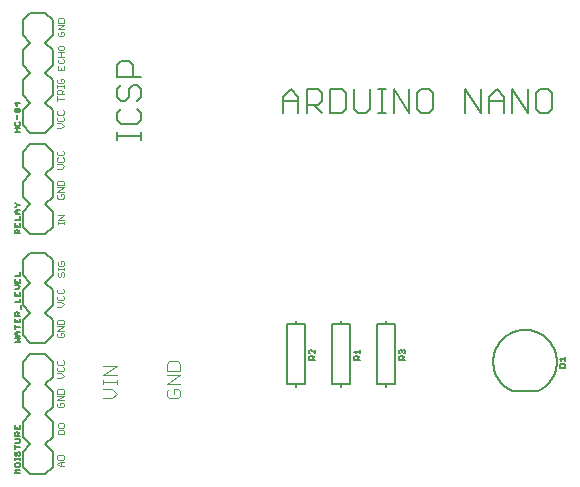
<source format=gbr>
G04 EAGLE Gerber X2 export*
%TF.Part,Single*%
%TF.FileFunction,Legend,Top,1*%
%TF.FilePolarity,Positive*%
%TF.GenerationSoftware,Autodesk,EAGLE,8.7.0*%
%TF.CreationDate,2018-03-25T19:34:28Z*%
G75*
%MOMM*%
%FSLAX34Y34*%
%LPD*%
%AMOC8*
5,1,8,0,0,1.08239X$1,22.5*%
G01*
%ADD10C,0.203200*%
%ADD11C,0.050800*%
%ADD12C,0.127000*%
%ADD13C,0.101600*%


D10*
X258482Y360172D02*
X258482Y373391D01*
X265091Y380001D01*
X271701Y373391D01*
X271701Y360172D01*
X271701Y370086D02*
X258482Y370086D01*
X278595Y360172D02*
X278595Y380001D01*
X288510Y380001D01*
X291814Y376696D01*
X291814Y370086D01*
X288510Y366782D01*
X278595Y366782D01*
X285205Y366782D02*
X291814Y360172D01*
X298709Y360172D02*
X298709Y380001D01*
X298709Y360172D02*
X308623Y360172D01*
X311928Y363477D01*
X311928Y376696D01*
X308623Y380001D01*
X298709Y380001D01*
X318823Y380001D02*
X318823Y363477D01*
X322127Y360172D01*
X328737Y360172D01*
X332042Y363477D01*
X332042Y380001D01*
X338936Y360172D02*
X345546Y360172D01*
X342241Y360172D02*
X342241Y380001D01*
X338936Y380001D02*
X345546Y380001D01*
X352345Y380001D02*
X352345Y360172D01*
X365565Y360172D02*
X352345Y380001D01*
X365565Y380001D02*
X365565Y360172D01*
X375764Y380001D02*
X382373Y380001D01*
X375764Y380001D02*
X372459Y376696D01*
X372459Y363477D01*
X375764Y360172D01*
X382373Y360172D01*
X385678Y363477D01*
X385678Y376696D01*
X382373Y380001D01*
X412686Y380001D02*
X412686Y360172D01*
X425906Y360172D02*
X412686Y380001D01*
X425906Y380001D02*
X425906Y360172D01*
X432800Y360172D02*
X432800Y373391D01*
X439410Y380001D01*
X446019Y373391D01*
X446019Y360172D01*
X446019Y370086D02*
X432800Y370086D01*
X452914Y360172D02*
X452914Y380001D01*
X466133Y360172D01*
X466133Y380001D01*
X476332Y380001D02*
X482942Y380001D01*
X476332Y380001D02*
X473027Y376696D01*
X473027Y363477D01*
X476332Y360172D01*
X482942Y360172D01*
X486246Y363477D01*
X486246Y376696D01*
X482942Y380001D01*
X138303Y343451D02*
X138303Y336841D01*
X138303Y340146D02*
X118474Y340146D01*
X118474Y336841D02*
X118474Y343451D01*
X118474Y360164D02*
X121779Y363469D01*
X118474Y360164D02*
X118474Y353555D01*
X121779Y350250D01*
X134998Y350250D01*
X138303Y353555D01*
X138303Y360164D01*
X134998Y363469D01*
X118474Y380278D02*
X121779Y383583D01*
X118474Y380278D02*
X118474Y373668D01*
X121779Y370364D01*
X125084Y370364D01*
X128389Y373668D01*
X128389Y380278D01*
X131693Y383583D01*
X134998Y383583D01*
X138303Y380278D01*
X138303Y373668D01*
X134998Y370364D01*
X138303Y390477D02*
X118474Y390477D01*
X118474Y400392D01*
X121779Y403697D01*
X128389Y403697D01*
X131693Y400392D01*
X131693Y390477D01*
D11*
X71034Y135509D02*
X67305Y135509D01*
X71034Y135509D02*
X72898Y137373D01*
X71034Y139238D01*
X67305Y139238D01*
X67305Y143918D02*
X68237Y144851D01*
X67305Y143918D02*
X67305Y142054D01*
X68237Y141122D01*
X71966Y141122D01*
X72898Y142054D01*
X72898Y143918D01*
X71966Y144851D01*
X67305Y149532D02*
X68237Y150464D01*
X67305Y149532D02*
X67305Y147667D01*
X68237Y146735D01*
X71966Y146735D01*
X72898Y147667D01*
X72898Y149532D01*
X71966Y150464D01*
X68237Y114600D02*
X67305Y113667D01*
X67305Y111803D01*
X68237Y110871D01*
X71966Y110871D01*
X72898Y111803D01*
X72898Y113667D01*
X71966Y114600D01*
X70102Y114600D01*
X70102Y112735D01*
X72898Y116484D02*
X67305Y116484D01*
X72898Y120213D01*
X67305Y120213D01*
X67305Y122097D02*
X72898Y122097D01*
X72898Y124894D01*
X71966Y125826D01*
X68237Y125826D01*
X67305Y124894D01*
X67305Y122097D01*
X67559Y290197D02*
X68491Y291130D01*
X67559Y290197D02*
X67559Y288333D01*
X68491Y287401D01*
X72220Y287401D01*
X73152Y288333D01*
X73152Y290197D01*
X72220Y291130D01*
X70356Y291130D01*
X70356Y289265D01*
X73152Y293014D02*
X67559Y293014D01*
X73152Y296743D01*
X67559Y296743D01*
X67559Y298627D02*
X73152Y298627D01*
X73152Y301424D01*
X72220Y302356D01*
X68491Y302356D01*
X67559Y301424D01*
X67559Y298627D01*
X67813Y427738D02*
X68745Y428671D01*
X67813Y427738D02*
X67813Y425874D01*
X68745Y424942D01*
X72474Y424942D01*
X73406Y425874D01*
X73406Y427738D01*
X72474Y428671D01*
X70610Y428671D01*
X70610Y426806D01*
X73406Y430555D02*
X67813Y430555D01*
X73406Y434284D01*
X67813Y434284D01*
X67813Y436168D02*
X73406Y436168D01*
X73406Y438965D01*
X72474Y439897D01*
X68745Y439897D01*
X67813Y438965D01*
X67813Y436168D01*
X67559Y312801D02*
X71288Y312801D01*
X73152Y314665D01*
X71288Y316530D01*
X67559Y316530D01*
X67559Y321210D02*
X68491Y322143D01*
X67559Y321210D02*
X67559Y319346D01*
X68491Y318414D01*
X72220Y318414D01*
X73152Y319346D01*
X73152Y321210D01*
X72220Y322143D01*
X67559Y326824D02*
X68491Y327756D01*
X67559Y326824D02*
X67559Y324959D01*
X68491Y324027D01*
X72220Y324027D01*
X73152Y324959D01*
X73152Y326824D01*
X72220Y327756D01*
X71034Y347218D02*
X67305Y347218D01*
X71034Y347218D02*
X72898Y349082D01*
X71034Y350947D01*
X67305Y350947D01*
X67305Y355627D02*
X68237Y356560D01*
X67305Y355627D02*
X67305Y353763D01*
X68237Y352831D01*
X71966Y352831D01*
X72898Y353763D01*
X72898Y355627D01*
X71966Y356560D01*
X67305Y361241D02*
X68237Y362173D01*
X67305Y361241D02*
X67305Y359376D01*
X68237Y358444D01*
X71966Y358444D01*
X72898Y359376D01*
X72898Y361241D01*
X71966Y362173D01*
X73406Y267421D02*
X73406Y265557D01*
X73406Y266489D02*
X67813Y266489D01*
X67813Y265557D02*
X67813Y267421D01*
X67813Y269299D02*
X73406Y269299D01*
X73406Y273028D02*
X67813Y269299D01*
X67813Y273028D02*
X73406Y273028D01*
X73152Y371942D02*
X67559Y371942D01*
X67559Y370078D02*
X67559Y373807D01*
X67559Y375691D02*
X73152Y375691D01*
X67559Y375691D02*
X67559Y378487D01*
X68491Y379420D01*
X70356Y379420D01*
X71288Y378487D01*
X71288Y375691D01*
X71288Y377555D02*
X73152Y379420D01*
X73152Y381304D02*
X73152Y383168D01*
X73152Y382236D02*
X67559Y382236D01*
X67559Y381304D02*
X67559Y383168D01*
X67559Y387843D02*
X68491Y388775D01*
X67559Y387843D02*
X67559Y385978D01*
X68491Y385046D01*
X72220Y385046D01*
X73152Y385978D01*
X73152Y387843D01*
X72220Y388775D01*
X70356Y388775D01*
X70356Y386911D01*
X67813Y396240D02*
X67813Y399969D01*
X67813Y396240D02*
X73406Y396240D01*
X73406Y399969D01*
X70610Y398104D02*
X70610Y396240D01*
X67813Y404649D02*
X68745Y405582D01*
X67813Y404649D02*
X67813Y402785D01*
X68745Y401853D01*
X72474Y401853D01*
X73406Y402785D01*
X73406Y404649D01*
X72474Y405582D01*
X73406Y407466D02*
X67813Y407466D01*
X70610Y407466D02*
X70610Y411195D01*
X73406Y411195D02*
X67813Y411195D01*
X67813Y414011D02*
X67813Y415876D01*
X67813Y414011D02*
X68745Y413079D01*
X72474Y413079D01*
X73406Y414011D01*
X73406Y415876D01*
X72474Y416808D01*
X68745Y416808D01*
X67813Y415876D01*
X67813Y87757D02*
X73406Y87757D01*
X73406Y90553D01*
X72474Y91486D01*
X68745Y91486D01*
X67813Y90553D01*
X67813Y87757D01*
X67813Y94302D02*
X67813Y96166D01*
X67813Y94302D02*
X68745Y93370D01*
X72474Y93370D01*
X73406Y94302D01*
X73406Y96166D01*
X72474Y97099D01*
X68745Y97099D01*
X67813Y96166D01*
X69424Y60579D02*
X73152Y60579D01*
X69424Y60579D02*
X67559Y62443D01*
X69424Y64308D01*
X73152Y64308D01*
X70356Y64308D02*
X70356Y60579D01*
X67559Y67124D02*
X67559Y68988D01*
X67559Y67124D02*
X68491Y66192D01*
X72220Y66192D01*
X73152Y67124D01*
X73152Y68988D01*
X72220Y69921D01*
X68491Y69921D01*
X67559Y68988D01*
X67305Y195834D02*
X71034Y195834D01*
X72898Y197698D01*
X71034Y199563D01*
X67305Y199563D01*
X67305Y204243D02*
X68237Y205176D01*
X67305Y204243D02*
X67305Y202379D01*
X68237Y201447D01*
X71966Y201447D01*
X72898Y202379D01*
X72898Y204243D01*
X71966Y205176D01*
X67305Y209857D02*
X68237Y210789D01*
X67305Y209857D02*
X67305Y207992D01*
X68237Y207060D01*
X71966Y207060D01*
X72898Y207992D01*
X72898Y209857D01*
X71966Y210789D01*
X68491Y173655D02*
X67559Y172722D01*
X67559Y170858D01*
X68491Y169926D01*
X72220Y169926D01*
X73152Y170858D01*
X73152Y172722D01*
X72220Y173655D01*
X70356Y173655D01*
X70356Y171790D01*
X73152Y175539D02*
X67559Y175539D01*
X73152Y179268D01*
X67559Y179268D01*
X67559Y181152D02*
X73152Y181152D01*
X73152Y183949D01*
X72220Y184881D01*
X68491Y184881D01*
X67559Y183949D01*
X67559Y181152D01*
X67813Y223903D02*
X68745Y224836D01*
X67813Y223903D02*
X67813Y222039D01*
X68745Y221107D01*
X69678Y221107D01*
X70610Y222039D01*
X70610Y223903D01*
X71542Y224836D01*
X72474Y224836D01*
X73406Y223903D01*
X73406Y222039D01*
X72474Y221107D01*
X73406Y226720D02*
X73406Y228584D01*
X73406Y227652D02*
X67813Y227652D01*
X67813Y226720D02*
X67813Y228584D01*
X67813Y233259D02*
X68745Y234191D01*
X67813Y233259D02*
X67813Y231394D01*
X68745Y230462D01*
X72474Y230462D01*
X73406Y231394D01*
X73406Y233259D01*
X72474Y234191D01*
X70610Y234191D01*
X70610Y232326D01*
D12*
X453550Y124225D02*
X473550Y124225D01*
X474161Y124478D01*
X474765Y124746D01*
X475362Y125028D01*
X475952Y125325D01*
X476535Y125637D01*
X477110Y125963D01*
X477677Y126302D01*
X478235Y126656D01*
X478785Y127023D01*
X479325Y127404D01*
X479856Y127797D01*
X480376Y128204D01*
X480887Y128623D01*
X481388Y129055D01*
X481877Y129499D01*
X482356Y129955D01*
X482823Y130422D01*
X483279Y130900D01*
X483722Y131390D01*
X484154Y131891D01*
X484573Y132401D01*
X484980Y132922D01*
X485373Y133453D01*
X485754Y133993D01*
X486121Y134543D01*
X486474Y135101D01*
X486814Y135668D01*
X487140Y136243D01*
X487451Y136826D01*
X487748Y137416D01*
X488031Y138014D01*
X488299Y138618D01*
X488552Y139228D01*
X488789Y139845D01*
X489012Y140467D01*
X489219Y141095D01*
X489411Y141727D01*
X489587Y142364D01*
X489748Y143005D01*
X489892Y143650D01*
X490021Y144298D01*
X490134Y144949D01*
X490231Y145603D01*
X490312Y146258D01*
X490377Y146916D01*
X490425Y147575D01*
X490458Y148235D01*
X490474Y148896D01*
X490474Y149557D01*
X490458Y150217D01*
X490425Y150877D01*
X490377Y151536D01*
X490312Y152194D01*
X490231Y152850D01*
X490134Y153503D01*
X490021Y154155D01*
X489892Y154803D01*
X489747Y155447D01*
X489587Y156088D01*
X489410Y156725D01*
X489218Y157358D01*
X489011Y157985D01*
X488788Y158607D01*
X488551Y159224D01*
X488298Y159834D01*
X488030Y160439D01*
X487747Y161036D01*
X487450Y161626D01*
X487139Y162209D01*
X486813Y162784D01*
X486473Y163351D01*
X486120Y163909D01*
X485752Y164459D01*
X485372Y164999D01*
X484978Y165530D01*
X484572Y166051D01*
X484152Y166561D01*
X483721Y167062D01*
X483277Y167551D01*
X482821Y168030D01*
X482354Y168497D01*
X481875Y168953D01*
X481386Y169397D01*
X480885Y169828D01*
X480375Y170247D01*
X479854Y170654D01*
X479323Y171048D01*
X478783Y171428D01*
X478233Y171795D01*
X477675Y172149D01*
X477108Y172489D01*
X476533Y172814D01*
X475950Y173126D01*
X475360Y173423D01*
X474762Y173705D01*
X474158Y173973D01*
X473548Y174226D01*
X472931Y174464D01*
X472309Y174687D01*
X471682Y174894D01*
X471049Y175086D01*
X470412Y175262D01*
X469771Y175422D01*
X469127Y175567D01*
X468478Y175696D01*
X467827Y175809D01*
X467174Y175906D01*
X466518Y175987D01*
X465860Y176052D01*
X465201Y176100D01*
X464541Y176133D01*
X463880Y176149D01*
X463220Y176149D01*
X462559Y176133D01*
X461899Y176100D01*
X461240Y176052D01*
X460582Y175987D01*
X459926Y175906D01*
X459273Y175809D01*
X458622Y175696D01*
X457973Y175567D01*
X457329Y175422D01*
X456688Y175262D01*
X456051Y175086D01*
X455418Y174894D01*
X454791Y174687D01*
X454169Y174464D01*
X453552Y174226D01*
X452942Y173973D01*
X452338Y173705D01*
X451740Y173423D01*
X451150Y173126D01*
X450567Y172814D01*
X449992Y172489D01*
X449425Y172149D01*
X448867Y171795D01*
X448317Y171428D01*
X447777Y171048D01*
X447246Y170654D01*
X446725Y170247D01*
X446215Y169828D01*
X445714Y169397D01*
X445225Y168953D01*
X444746Y168497D01*
X444279Y168030D01*
X443823Y167551D01*
X443379Y167062D01*
X442948Y166561D01*
X442528Y166051D01*
X442122Y165530D01*
X441728Y164999D01*
X441348Y164459D01*
X440980Y163909D01*
X440627Y163351D01*
X440287Y162784D01*
X439961Y162209D01*
X439650Y161626D01*
X439353Y161036D01*
X439070Y160439D01*
X438802Y159834D01*
X438549Y159224D01*
X438312Y158607D01*
X438089Y157985D01*
X437882Y157358D01*
X437690Y156725D01*
X437513Y156088D01*
X437353Y155447D01*
X437208Y154803D01*
X437079Y154155D01*
X436966Y153503D01*
X436869Y152850D01*
X436788Y152194D01*
X436723Y151536D01*
X436675Y150877D01*
X436642Y150217D01*
X436626Y149557D01*
X436626Y148896D01*
X436642Y148235D01*
X436675Y147575D01*
X436723Y146916D01*
X436788Y146258D01*
X436869Y145603D01*
X436966Y144949D01*
X437079Y144298D01*
X437208Y143650D01*
X437352Y143005D01*
X437513Y142364D01*
X437689Y141727D01*
X437881Y141095D01*
X438088Y140467D01*
X438311Y139845D01*
X438548Y139228D01*
X438801Y138618D01*
X439069Y138014D01*
X439352Y137416D01*
X439649Y136826D01*
X439960Y136243D01*
X440286Y135668D01*
X440626Y135101D01*
X440979Y134543D01*
X441346Y133993D01*
X441727Y133453D01*
X442120Y132922D01*
X442527Y132401D01*
X442946Y131891D01*
X443378Y131390D01*
X443821Y130900D01*
X444277Y130422D01*
X444744Y129955D01*
X445223Y129499D01*
X445712Y129055D01*
X446213Y128623D01*
X446724Y128204D01*
X447244Y127797D01*
X447775Y127404D01*
X448315Y127023D01*
X448865Y126656D01*
X449423Y126302D01*
X449990Y125963D01*
X450565Y125637D01*
X451148Y125325D01*
X451738Y125028D01*
X452335Y124746D01*
X452939Y124478D01*
X453550Y124225D01*
X492756Y144247D02*
X497586Y144247D01*
X497586Y146662D01*
X496781Y147467D01*
X493561Y147467D01*
X492756Y146662D01*
X492756Y144247D01*
X494366Y149860D02*
X492756Y151470D01*
X497586Y151470D01*
X497586Y149860D02*
X497586Y153080D01*
D10*
X38100Y425450D02*
X38100Y438150D01*
X44450Y444500D01*
X57150Y444500D02*
X63500Y438150D01*
X38100Y400050D02*
X44450Y393700D01*
X38100Y400050D02*
X38100Y412750D01*
X44450Y419100D01*
X57150Y419100D02*
X63500Y412750D01*
X63500Y400050D01*
X57150Y393700D01*
X44450Y419100D02*
X38100Y425450D01*
X57150Y419100D02*
X63500Y425450D01*
X63500Y438150D01*
X38100Y361950D02*
X38100Y349250D01*
X38100Y361950D02*
X44450Y368300D01*
X57150Y368300D02*
X63500Y361950D01*
X44450Y368300D02*
X38100Y374650D01*
X38100Y387350D01*
X44450Y393700D01*
X57150Y393700D02*
X63500Y387350D01*
X63500Y374650D01*
X57150Y368300D01*
X57150Y342900D02*
X44450Y342900D01*
X38100Y349250D01*
X57150Y342900D02*
X63500Y349250D01*
X63500Y361950D01*
X57150Y444500D02*
X44450Y444500D01*
D12*
X36195Y343535D02*
X31365Y343535D01*
X33780Y343535D02*
X33780Y346755D01*
X31365Y346755D02*
X36195Y346755D01*
X31365Y351563D02*
X32170Y352368D01*
X31365Y351563D02*
X31365Y349953D01*
X32170Y349148D01*
X35390Y349148D01*
X36195Y349953D01*
X36195Y351563D01*
X35390Y352368D01*
X33780Y354761D02*
X33780Y357981D01*
X35390Y360374D02*
X32170Y360374D01*
X31365Y361179D01*
X31365Y362789D01*
X32170Y363594D01*
X35390Y363594D01*
X36195Y362789D01*
X36195Y361179D01*
X35390Y360374D01*
X32170Y363594D01*
X31365Y368402D02*
X36195Y368402D01*
X33780Y365987D02*
X31365Y368402D01*
X33780Y369207D02*
X33780Y365987D01*
D10*
X38100Y149225D02*
X38100Y136525D01*
X38100Y149225D02*
X44450Y155575D01*
X57150Y155575D02*
X63500Y149225D01*
X38100Y111125D02*
X44450Y104775D01*
X38100Y111125D02*
X38100Y123825D01*
X44450Y130175D01*
X57150Y130175D02*
X63500Y123825D01*
X63500Y111125D01*
X57150Y104775D01*
X44450Y130175D02*
X38100Y136525D01*
X57150Y130175D02*
X63500Y136525D01*
X63500Y149225D01*
X38100Y73025D02*
X38100Y60325D01*
X38100Y73025D02*
X44450Y79375D01*
X57150Y79375D02*
X63500Y73025D01*
X44450Y79375D02*
X38100Y85725D01*
X38100Y98425D01*
X44450Y104775D01*
X57150Y104775D02*
X63500Y98425D01*
X63500Y85725D01*
X57150Y79375D01*
X57150Y53975D02*
X44450Y53975D01*
X38100Y60325D01*
X57150Y53975D02*
X63500Y60325D01*
X63500Y73025D01*
X57150Y155575D02*
X44450Y155575D01*
D12*
X36195Y54610D02*
X31365Y54610D01*
X32975Y56220D01*
X31365Y57830D01*
X36195Y57830D01*
X31365Y61028D02*
X31365Y62638D01*
X31365Y61028D02*
X32170Y60223D01*
X35390Y60223D01*
X36195Y61028D01*
X36195Y62638D01*
X35390Y63443D01*
X32170Y63443D01*
X31365Y62638D01*
X36195Y65836D02*
X36195Y67446D01*
X36195Y66641D02*
X31365Y66641D01*
X31365Y65836D02*
X31365Y67446D01*
X31365Y71993D02*
X32170Y72798D01*
X31365Y71993D02*
X31365Y70383D01*
X32170Y69578D01*
X32975Y69578D01*
X33780Y70383D01*
X33780Y71993D01*
X34585Y72798D01*
X35390Y72798D01*
X36195Y71993D01*
X36195Y70383D01*
X35390Y69578D01*
X36195Y76801D02*
X31365Y76801D01*
X31365Y75191D02*
X31365Y78411D01*
X31365Y80804D02*
X35390Y80804D01*
X36195Y81609D01*
X36195Y83220D01*
X35390Y84025D01*
X31365Y84025D01*
X31365Y86418D02*
X36195Y86418D01*
X31365Y86418D02*
X31365Y88833D01*
X32170Y89638D01*
X33780Y89638D01*
X34585Y88833D01*
X34585Y86418D01*
X34585Y88028D02*
X36195Y89638D01*
X31365Y92031D02*
X31365Y95251D01*
X31365Y92031D02*
X36195Y92031D01*
X36195Y95251D01*
X33780Y93641D02*
X33780Y92031D01*
D10*
X315595Y130175D02*
X315595Y180975D01*
X315595Y130175D02*
X307975Y130175D01*
X300355Y130175D01*
X300355Y180975D01*
X307975Y180975D01*
X315595Y180975D01*
X307975Y130175D02*
X307975Y127635D01*
X307975Y180975D02*
X307975Y183515D01*
D12*
X318766Y150597D02*
X323596Y150597D01*
X318766Y150597D02*
X318766Y153012D01*
X319571Y153817D01*
X321181Y153817D01*
X321986Y153012D01*
X321986Y150597D01*
X321986Y152207D02*
X323596Y153817D01*
X320376Y156210D02*
X318766Y157820D01*
X323596Y157820D01*
X323596Y156210D02*
X323596Y159430D01*
D10*
X277495Y180975D02*
X277495Y130175D01*
X269875Y130175D01*
X262255Y130175D01*
X262255Y180975D01*
X269875Y180975D01*
X277495Y180975D01*
X269875Y130175D02*
X269875Y127635D01*
X269875Y180975D02*
X269875Y183515D01*
D12*
X280666Y150597D02*
X285496Y150597D01*
X280666Y150597D02*
X280666Y153012D01*
X281471Y153817D01*
X283081Y153817D01*
X283886Y153012D01*
X283886Y150597D01*
X283886Y152207D02*
X285496Y153817D01*
X285496Y156210D02*
X285496Y159430D01*
X285496Y156210D02*
X282276Y159430D01*
X281471Y159430D01*
X280666Y158625D01*
X280666Y157015D01*
X281471Y156210D01*
D10*
X353695Y180975D02*
X353695Y130175D01*
X346075Y130175D01*
X338455Y130175D01*
X338455Y180975D01*
X346075Y180975D01*
X353695Y180975D01*
X346075Y130175D02*
X346075Y127635D01*
X346075Y180975D02*
X346075Y183515D01*
D12*
X356866Y150597D02*
X361696Y150597D01*
X356866Y150597D02*
X356866Y153012D01*
X357671Y153817D01*
X359281Y153817D01*
X360086Y153012D01*
X360086Y150597D01*
X360086Y152207D02*
X361696Y153817D01*
X357671Y156210D02*
X356866Y157015D01*
X356866Y158625D01*
X357671Y159430D01*
X358476Y159430D01*
X359281Y158625D01*
X359281Y157820D01*
X359281Y158625D02*
X360086Y159430D01*
X360891Y159430D01*
X361696Y158625D01*
X361696Y157015D01*
X360891Y156210D01*
D10*
X44450Y307975D02*
X38100Y314325D01*
X38100Y327025D01*
X44450Y333375D01*
X57150Y333375D02*
X63500Y327025D01*
X63500Y314325D01*
X57150Y307975D01*
X38100Y276225D02*
X38100Y263525D01*
X38100Y276225D02*
X44450Y282575D01*
X57150Y282575D02*
X63500Y276225D01*
X44450Y282575D02*
X38100Y288925D01*
X38100Y301625D01*
X44450Y307975D01*
X57150Y307975D02*
X63500Y301625D01*
X63500Y288925D01*
X57150Y282575D01*
X57150Y257175D02*
X44450Y257175D01*
X38100Y263525D01*
X57150Y257175D02*
X63500Y263525D01*
X63500Y276225D01*
X57150Y333375D02*
X44450Y333375D01*
D12*
X36195Y257810D02*
X31365Y257810D01*
X31365Y260225D01*
X32170Y261030D01*
X33780Y261030D01*
X34585Y260225D01*
X34585Y257810D01*
X34585Y259420D02*
X36195Y261030D01*
X31365Y263423D02*
X31365Y266643D01*
X31365Y263423D02*
X36195Y263423D01*
X36195Y266643D01*
X33780Y265033D02*
X33780Y263423D01*
X31365Y269036D02*
X36195Y269036D01*
X36195Y272256D01*
X36195Y274649D02*
X32975Y274649D01*
X31365Y276259D01*
X32975Y277869D01*
X36195Y277869D01*
X33780Y277869D02*
X33780Y274649D01*
X32170Y280262D02*
X31365Y280262D01*
X32170Y280262D02*
X33780Y281872D01*
X32170Y283482D01*
X31365Y283482D01*
X33780Y281872D02*
X36195Y281872D01*
D13*
X106148Y118383D02*
X113944Y118383D01*
X117842Y122281D01*
X113944Y126179D01*
X106148Y126179D01*
X117842Y130077D02*
X117842Y133975D01*
X117842Y132026D02*
X106148Y132026D01*
X106148Y130077D02*
X106148Y133975D01*
X106148Y137873D02*
X117842Y137873D01*
X117842Y145669D02*
X106148Y137873D01*
X106148Y145669D02*
X117842Y145669D01*
X160123Y124230D02*
X162072Y126179D01*
X160123Y124230D02*
X160123Y120332D01*
X162072Y118383D01*
X169868Y118383D01*
X171817Y120332D01*
X171817Y124230D01*
X169868Y126179D01*
X165970Y126179D01*
X165970Y122281D01*
X171817Y130077D02*
X160123Y130077D01*
X171817Y137873D01*
X160123Y137873D01*
X160123Y141771D02*
X171817Y141771D01*
X171817Y147618D01*
X169868Y149567D01*
X162072Y149567D01*
X160123Y147618D01*
X160123Y141771D01*
D10*
X44450Y215900D02*
X38100Y222250D01*
X38100Y234950D01*
X44450Y241300D01*
X57150Y241300D02*
X63500Y234950D01*
X63500Y222250D01*
X57150Y215900D01*
X38100Y184150D02*
X38100Y171450D01*
X38100Y184150D02*
X44450Y190500D01*
X57150Y190500D02*
X63500Y184150D01*
X44450Y190500D02*
X38100Y196850D01*
X38100Y209550D01*
X44450Y215900D01*
X57150Y215900D02*
X63500Y209550D01*
X63500Y196850D01*
X57150Y190500D01*
X57150Y165100D02*
X44450Y165100D01*
X38100Y171450D01*
X57150Y165100D02*
X63500Y171450D01*
X63500Y184150D01*
X57150Y241300D02*
X44450Y241300D01*
D12*
X36195Y165735D02*
X31365Y165735D01*
X34585Y167345D02*
X36195Y165735D01*
X34585Y167345D02*
X36195Y168955D01*
X31365Y168955D01*
X32975Y171348D02*
X36195Y171348D01*
X32975Y171348D02*
X31365Y172958D01*
X32975Y174568D01*
X36195Y174568D01*
X33780Y174568D02*
X33780Y171348D01*
X36195Y178571D02*
X31365Y178571D01*
X31365Y176961D02*
X31365Y180181D01*
X31365Y182574D02*
X31365Y185794D01*
X31365Y182574D02*
X36195Y182574D01*
X36195Y185794D01*
X33780Y184184D02*
X33780Y182574D01*
X36195Y188187D02*
X31365Y188187D01*
X31365Y190602D01*
X32170Y191407D01*
X33780Y191407D01*
X34585Y190602D01*
X34585Y188187D01*
X34585Y189797D02*
X36195Y191407D01*
X37000Y193800D02*
X37000Y197021D01*
X36195Y199414D02*
X31365Y199414D01*
X36195Y199414D02*
X36195Y202634D01*
X31365Y205027D02*
X31365Y208247D01*
X31365Y205027D02*
X36195Y205027D01*
X36195Y208247D01*
X33780Y206637D02*
X33780Y205027D01*
X34585Y210640D02*
X31365Y210640D01*
X34585Y210640D02*
X36195Y212250D01*
X34585Y213860D01*
X31365Y213860D01*
X31365Y216253D02*
X31365Y219473D01*
X31365Y216253D02*
X36195Y216253D01*
X36195Y219473D01*
X33780Y217863D02*
X33780Y216253D01*
X31365Y221866D02*
X36195Y221866D01*
X36195Y225086D01*
M02*

</source>
